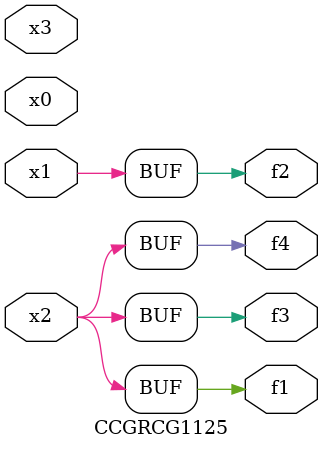
<source format=v>
module CCGRCG1125(
	input x0, x1, x2, x3,
	output f1, f2, f3, f4
);
	assign f1 = x2;
	assign f2 = x1;
	assign f3 = x2;
	assign f4 = x2;
endmodule

</source>
